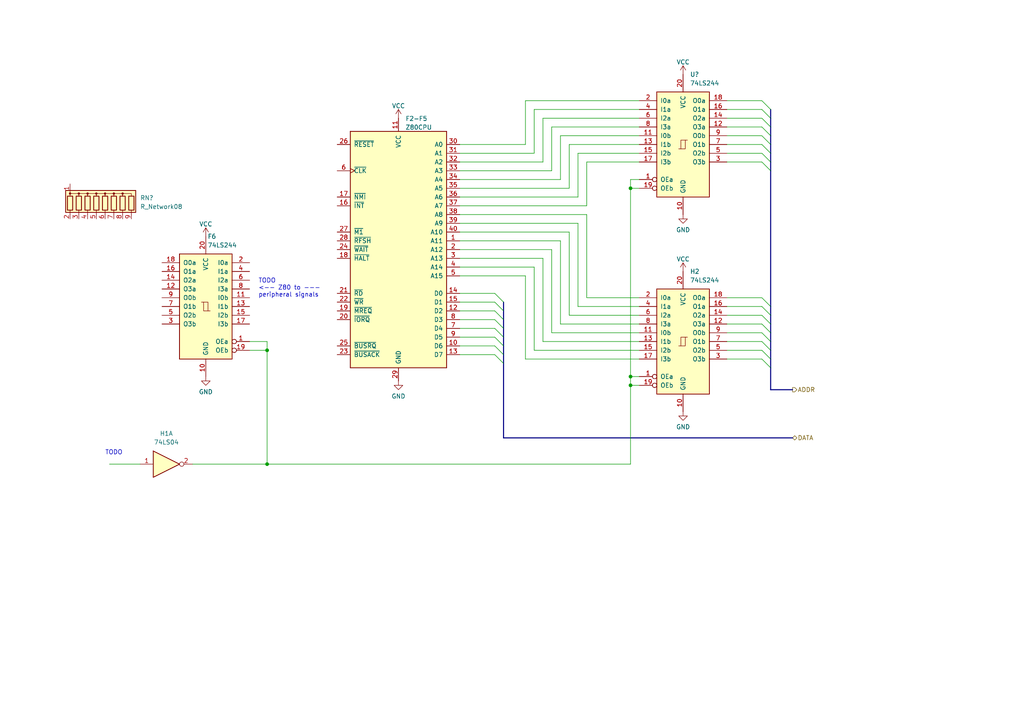
<source format=kicad_sch>
(kicad_sch (version 20230121) (generator eeschema)
  (paper "A4")
  (lib_symbols
    (symbol "74xx:74LS04"
      (property "Reference" "U" (at 0 1.27 0))
      (property "Value" "74LS04" (at 0 -1.27 0))
      (symbol "74LS04_1_0"
        (polyline (pts (xy -3.81 3.81) (xy -3.81 -3.81) (xy 3.81 0) (xy -3.81 3.81)) (stroke (width 0.254)) (fill (type background)))
        (pin input line (at -7.62 0 0) (length 3.81) (name "~") (number "1"))
        (pin output inverted (at 7.62 0 180) (length 3.81) (name "~") (number "2"))
      )
      (symbol "74LS04_2_0"
        (polyline (pts (xy -3.81 3.81) (xy -3.81 -3.81) (xy 3.81 0) (xy -3.81 3.81)) (stroke (width 0.254)) (fill (type background)))
        (pin input line (at -7.62 0 0) (length 3.81) (name "~") (number "3"))
        (pin output inverted (at 7.62 0 180) (length 3.81) (name "~") (number "4"))
      )
      (symbol "74LS04_3_0"
        (polyline (pts (xy -3.81 3.81) (xy -3.81 -3.81) (xy 3.81 0) (xy -3.81 3.81)) (stroke (width 0.254)) (fill (type background)))
        (pin input line (at -7.62 0 0) (length 3.81) (name "~") (number "5"))
        (pin output inverted (at 7.62 0 180) (length 3.81) (name "~") (number "6"))
      )
      (symbol "74LS04_4_0"
        (polyline (pts (xy -3.81 3.81) (xy -3.81 -3.81) (xy 3.81 0) (xy -3.81 3.81)) (stroke (width 0.254)) (fill (type background)))
        (pin output inverted (at 7.62 0 180) (length 3.81) (name "~") (number "8"))
        (pin input line (at -7.62 0 0) (length 3.81) (name "~") (number "9"))
      )
      (symbol "74LS04_5_0"
        (polyline (pts (xy -3.81 3.81) (xy -3.81 -3.81) (xy 3.81 0) (xy -3.81 3.81)) (stroke (width 0.254)) (fill (type background)))
        (pin output inverted (at 7.62 0 180) (length 3.81) (name "~") (number "10"))
        (pin input line (at -7.62 0 0) (length 3.81) (name "~") (number "11"))
      )
      (symbol "74LS04_6_0"
        (polyline (pts (xy -3.81 3.81) (xy -3.81 -3.81) (xy 3.81 0) (xy -3.81 3.81)) (stroke (width 0.254)) (fill (type background)))
        (pin output inverted (at 7.62 0 180) (length 3.81) (name "~") (number "12"))
        (pin input line (at -7.62 0 0) (length 3.81) (name "~") (number "13"))
      )
      (symbol "74LS04_7_0"
        (pin power_in line (at 0 12.7 270) (length 5.08) (name "VCC") (number "14"))
        (pin power_in line (at 0 -12.7 90) (length 5.08) (name "GND") (number "7"))
      )
      (symbol "74LS04_7_1"
        (rectangle (start -5.08 7.62) (end 5.08 -7.62) (stroke (width 0.254)) (fill (type background)))
      )
    )
    (symbol "74xx:74LS244" (pin_names (offset 1.016))
      (property "Reference" "U" (at -7.62 16.51 0))
      (property "Value" "74LS244" (at -7.62 -16.51 0))
      (symbol "74LS244_1_0"
        (polyline (pts (xy -0.635 -1.27) (xy -0.635 1.27) (xy 0.635 1.27)))
        (polyline (pts (xy -1.27 -1.27) (xy 0.635 -1.27) (xy 0.635 1.27) (xy 1.27 1.27)))
        (pin input inverted (at -12.7 -10.16 0) (length 5.08) (name "OEa") (number "1"))
        (pin power_in line (at 0 -20.32 90) (length 5.08) (name "GND") (number "10"))
        (pin input line (at -12.7 2.54 0) (length 5.08) (name "I0b") (number "11"))
        (pin tri_state line (at 12.7 5.08 180) (length 5.08) (name "O3a") (number "12"))
        (pin input line (at -12.7 0 0) (length 5.08) (name "I1b") (number "13"))
        (pin tri_state line (at 12.7 7.62 180) (length 5.08) (name "O2a") (number "14"))
        (pin input line (at -12.7 -2.54 0) (length 5.08) (name "I2b") (number "15"))
        (pin tri_state line (at 12.7 10.16 180) (length 5.08) (name "O1a") (number "16"))
        (pin input line (at -12.7 -5.08 0) (length 5.08) (name "I3b") (number "17"))
        (pin tri_state line (at 12.7 12.7 180) (length 5.08) (name "O0a") (number "18"))
        (pin input inverted (at -12.7 -12.7 0) (length 5.08) (name "OEb") (number "19"))
        (pin input line (at -12.7 12.7 0) (length 5.08) (name "I0a") (number "2"))
        (pin power_in line (at 0 20.32 270) (length 5.08) (name "VCC") (number "20"))
        (pin tri_state line (at 12.7 -5.08 180) (length 5.08) (name "O3b") (number "3"))
        (pin input line (at -12.7 10.16 0) (length 5.08) (name "I1a") (number "4"))
        (pin tri_state line (at 12.7 -2.54 180) (length 5.08) (name "O2b") (number "5"))
        (pin input line (at -12.7 7.62 0) (length 5.08) (name "I2a") (number "6"))
        (pin tri_state line (at 12.7 0 180) (length 5.08) (name "O1b") (number "7"))
        (pin input line (at -12.7 5.08 0) (length 5.08) (name "I3a") (number "8"))
        (pin tri_state line (at 12.7 2.54 180) (length 5.08) (name "O0b") (number "9"))
      )
      (symbol "74LS244_1_1"
        (rectangle (start -7.62 15.24) (end 7.62 -15.24) (stroke (width 0.254)) (fill (type background)))
      )
    )
    (symbol "CPU:Z80CPU" (pin_names (offset 1.016))
      (property "Reference" "U" (at -13.97 35.56 0))
      (property "Value" "Z80CPU" (at 6.35 35.56 0))
      (symbol "Z80CPU_0_1"
        (rectangle (start -13.97 34.29) (end 13.97 -34.29) (stroke (width 0.254)) (fill (type background)))
      )
      (symbol "Z80CPU_1_1"
        (pin output line (at 17.78 2.54 180) (length 3.81) (name "A11") (number "1"))
        (pin bidirectional line (at 17.78 -27.94 180) (length 3.81) (name "D6") (number "10"))
        (pin power_in line (at 0 38.1 270) (length 3.81) (name "VCC") (number "11"))
        (pin bidirectional line (at 17.78 -17.78 180) (length 3.81) (name "D2") (number "12"))
        (pin bidirectional line (at 17.78 -30.48 180) (length 3.81) (name "D7") (number "13"))
        (pin bidirectional line (at 17.78 -12.7 180) (length 3.81) (name "D0") (number "14"))
        (pin bidirectional line (at 17.78 -15.24 180) (length 3.81) (name "D1") (number "15"))
        (pin input line (at -17.78 12.7 0) (length 3.81) (name "~{INT}") (number "16"))
        (pin input line (at -17.78 15.24 0) (length 3.81) (name "~{NMI}") (number "17"))
        (pin output line (at -17.78 -2.54 0) (length 3.81) (name "~{HALT}") (number "18"))
        (pin output line (at -17.78 -17.78 0) (length 3.81) (name "~{MREQ}") (number "19"))
        (pin output line (at 17.78 0 180) (length 3.81) (name "A12") (number "2"))
        (pin output line (at -17.78 -20.32 0) (length 3.81) (name "~{IORQ}") (number "20"))
        (pin output line (at -17.78 -12.7 0) (length 3.81) (name "~{RD}") (number "21"))
        (pin output line (at -17.78 -15.24 0) (length 3.81) (name "~{WR}") (number "22"))
        (pin output line (at -17.78 -30.48 0) (length 3.81) (name "~{BUSACK}") (number "23"))
        (pin input line (at -17.78 0 0) (length 3.81) (name "~{WAIT}") (number "24"))
        (pin input line (at -17.78 -27.94 0) (length 3.81) (name "~{BUSRQ}") (number "25"))
        (pin input line (at -17.78 30.48 0) (length 3.81) (name "~{RESET}") (number "26"))
        (pin output line (at -17.78 5.08 0) (length 3.81) (name "~{M1}") (number "27"))
        (pin output line (at -17.78 2.54 0) (length 3.81) (name "~{RFSH}") (number "28"))
        (pin power_in line (at 0 -38.1 90) (length 3.81) (name "GND") (number "29"))
        (pin output line (at 17.78 -2.54 180) (length 3.81) (name "A13") (number "3"))
        (pin output line (at 17.78 30.48 180) (length 3.81) (name "A0") (number "30"))
        (pin output line (at 17.78 27.94 180) (length 3.81) (name "A1") (number "31"))
        (pin output line (at 17.78 25.4 180) (length 3.81) (name "A2") (number "32"))
        (pin output line (at 17.78 22.86 180) (length 3.81) (name "A3") (number "33"))
        (pin output line (at 17.78 20.32 180) (length 3.81) (name "A4") (number "34"))
        (pin output line (at 17.78 17.78 180) (length 3.81) (name "A5") (number "35"))
        (pin output line (at 17.78 15.24 180) (length 3.81) (name "A6") (number "36"))
        (pin output line (at 17.78 12.7 180) (length 3.81) (name "A7") (number "37"))
        (pin output line (at 17.78 10.16 180) (length 3.81) (name "A8") (number "38"))
        (pin output line (at 17.78 7.62 180) (length 3.81) (name "A9") (number "39"))
        (pin output line (at 17.78 -5.08 180) (length 3.81) (name "A14") (number "4"))
        (pin output line (at 17.78 5.08 180) (length 3.81) (name "A10") (number "40"))
        (pin output line (at 17.78 -7.62 180) (length 3.81) (name "A15") (number "5"))
        (pin input clock (at -17.78 22.86 0) (length 3.81) (name "~{CLK}") (number "6"))
        (pin bidirectional line (at 17.78 -22.86 180) (length 3.81) (name "D4") (number "7"))
        (pin bidirectional line (at 17.78 -20.32 180) (length 3.81) (name "D3") (number "8"))
        (pin bidirectional line (at 17.78 -25.4 180) (length 3.81) (name "D5") (number "9"))
      )
    )
    (symbol "Device:R_Network08" (pin_names (offset 0) hide)
      (property "Reference" "RN" (at -12.7 0 90))
      (property "Value" "R_Network08" (at 10.16 0 90))
      (symbol "R_Network08_0_1"
        (rectangle (start -11.43 -3.175) (end 8.89 3.175) (stroke (width 0.254)) (fill (type background)))
        (rectangle (start -10.922 1.524) (end -9.398 -2.54) (stroke (width 0.254)))
        (circle (center -10.16 2.286) (radius 0.254) (fill (type outline)))
        (rectangle (start -8.382 1.524) (end -6.858 -2.54) (stroke (width 0.254)))
        (circle (center -7.62 2.286) (radius 0.254) (fill (type outline)))
        (rectangle (start -5.842 1.524) (end -4.318 -2.54) (stroke (width 0.254)))
        (circle (center -5.08 2.286) (radius 0.254) (fill (type outline)))
        (rectangle (start -3.302 1.524) (end -1.778 -2.54) (stroke (width 0.254)))
        (circle (center -2.54 2.286) (radius 0.254) (fill (type outline)))
        (rectangle (start -0.762 1.524) (end 0.762 -2.54) (stroke (width 0.254)))
        (polyline (pts (xy -10.16 -2.54) (xy -10.16 -3.81)))
        (polyline (pts (xy -7.62 -2.54) (xy -7.62 -3.81)))
        (polyline (pts (xy -5.08 -2.54) (xy -5.08 -3.81)))
        (polyline (pts (xy -2.54 -2.54) (xy -2.54 -3.81)))
        (polyline (pts (xy 0 -2.54) (xy 0 -3.81)))
        (polyline (pts (xy 2.54 -2.54) (xy 2.54 -3.81)))
        (polyline (pts (xy 5.08 -2.54) (xy 5.08 -3.81)))
        (polyline (pts (xy 7.62 -2.54) (xy 7.62 -3.81)))
        (polyline (pts (xy -10.16 1.524) (xy -10.16 2.286) (xy -7.62 2.286) (xy -7.62 1.524)))
        (polyline (pts (xy -7.62 1.524) (xy -7.62 2.286) (xy -5.08 2.286) (xy -5.08 1.524)))
        (polyline (pts (xy -5.08 1.524) (xy -5.08 2.286) (xy -2.54 2.286) (xy -2.54 1.524)))
        (polyline (pts (xy -2.54 1.524) (xy -2.54 2.286) (xy 0 2.286) (xy 0 1.524)))
        (polyline (pts (xy 0 1.524) (xy 0 2.286) (xy 2.54 2.286) (xy 2.54 1.524)))
        (polyline (pts (xy 2.54 1.524) (xy 2.54 2.286) (xy 5.08 2.286) (xy 5.08 1.524)))
        (polyline (pts (xy 5.08 1.524) (xy 5.08 2.286) (xy 7.62 2.286) (xy 7.62 1.524)))
        (circle (center 0 2.286) (radius 0.254) (fill (type outline)))
        (rectangle (start 1.778 1.524) (end 3.302 -2.54) (stroke (width 0.254)))
        (circle (center 2.54 2.286) (radius 0.254) (fill (type outline)))
        (rectangle (start 4.318 1.524) (end 5.842 -2.54) (stroke (width 0.254)))
        (circle (center 5.08 2.286) (radius 0.254) (fill (type outline)))
        (rectangle (start 6.858 1.524) (end 8.382 -2.54) (stroke (width 0.254)))
      )
      (symbol "R_Network08_1_1"
        (pin passive line (at -10.16 5.08 270) (length 2.54) (name "common") (number "1"))
        (pin passive line (at -10.16 -5.08 90) (length 1.27) (name "R1") (number "2"))
        (pin passive line (at -7.62 -5.08 90) (length 1.27) (name "R2") (number "3"))
        (pin passive line (at -5.08 -5.08 90) (length 1.27) (name "R3") (number "4"))
        (pin passive line (at -2.54 -5.08 90) (length 1.27) (name "R4") (number "5"))
        (pin passive line (at 0 -5.08 90) (length 1.27) (name "R5") (number "6"))
        (pin passive line (at 2.54 -5.08 90) (length 1.27) (name "R6") (number "7"))
        (pin passive line (at 5.08 -5.08 90) (length 1.27) (name "R7") (number "8"))
        (pin passive line (at 7.62 -5.08 90) (length 1.27) (name "R8") (number "9"))
      )
    )
    (symbol "power:GND" (power) (pin_names (offset 0))
      (property "Value" "GND" (at 0 -3.81 0))
      (symbol "GND_0_1"
        (polyline (pts (xy 0 0) (xy 0 -1.27) (xy 1.27 -1.27) (xy 0 -2.54) (xy -1.27 -1.27) (xy 0 -1.27)))
      )
      (symbol "GND_1_1"
        (pin power_in line (at 0 0 270) (length 0) hide (name "GND") (number "1"))
      )
    )
    (symbol "power:VCC" (power) (pin_names (offset 0))
      (property "Value" "VCC" (at 0 3.81 0))
      (symbol "VCC_0_1"
        (polyline (pts (xy -0.762 1.27) (xy 0 2.54)))
        (polyline (pts (xy 0 0) (xy 0 2.54)))
        (polyline (pts (xy 0 2.54) (xy 0.762 1.27)))
      )
      (symbol "VCC_1_1"
        (pin power_in line (at 0 0 90) (length 0) hide (name "VCC") (number "1"))
      )
    )
  )
  (junction (at 182.88 54.61))
  (junction (at 182.88 111.76))
  (junction (at 77.47 101.6))
  (junction (at 77.47 134.62))
  (junction (at 182.88 109.22))
  (bus_entry (at 220.98 44.45) (size 2.54 2.54))
  (bus_entry (at 143.51 95.25) (size 2.54 2.54))
  (bus_entry (at 220.98 36.83) (size 2.54 2.54))
  (bus_entry (at 220.98 39.37) (size 2.54 2.54))
  (bus_entry (at 220.98 88.9) (size 2.54 2.54))
  (bus_entry (at 143.51 90.17) (size 2.54 2.54))
  (bus_entry (at 143.51 87.63) (size 2.54 2.54))
  (bus_entry (at 220.98 91.44) (size 2.54 2.54))
  (bus_entry (at 143.51 92.71) (size 2.54 2.54))
  (bus_entry (at 220.98 93.98) (size 2.54 2.54))
  (bus_entry (at 143.51 97.79) (size 2.54 2.54))
  (bus_entry (at 220.98 86.36) (size 2.54 2.54))
  (bus_entry (at 143.51 85.09) (size 2.54 2.54))
  (bus_entry (at 220.98 104.14) (size 2.54 2.54))
  (bus_entry (at 220.98 31.75) (size 2.54 2.54))
  (bus_entry (at 220.98 99.06) (size 2.54 2.54))
  (bus_entry (at 220.98 46.99) (size 2.54 2.54))
  (bus_entry (at 143.51 100.33) (size 2.54 2.54))
  (bus_entry (at 220.98 41.91) (size 2.54 2.54))
  (bus_entry (at 220.98 34.29) (size 2.54 2.54))
  (bus_entry (at 220.98 101.6) (size 2.54 2.54))
  (bus_entry (at 220.98 96.52) (size 2.54 2.54))
  (bus_entry (at 143.51 102.87) (size 2.54 2.54))
  (bus_entry (at 220.98 29.21) (size 2.54 2.54))
  (wire (pts (xy 185.42 99.06) (xy 157.48 99.06)))
  (bus (pts (xy 223.52 34.29) (xy 223.52 36.83)))
  (bus (pts (xy 223.52 106.68) (xy 223.52 113.03)))
  (bus (pts (xy 146.05 90.17) (xy 146.05 92.71)))
  (wire (pts (xy 154.94 101.6) (xy 185.42 101.6)))
  (wire (pts (xy 31.75 134.62) (xy 40.64 134.62)))
  (wire (pts (xy 170.18 46.99) (xy 170.18 59.69)))
  (wire (pts (xy 133.35 100.33) (xy 143.51 100.33)))
  (bus (pts (xy 146.05 105.41) (xy 146.05 127)))
  (wire (pts (xy 167.64 64.77) (xy 133.35 64.77)))
  (wire (pts (xy 210.82 36.83) (xy 220.98 36.83)))
  (wire (pts (xy 133.35 49.53) (xy 160.02 49.53)))
  (wire (pts (xy 152.4 29.21) (xy 185.42 29.21)))
  (wire (pts (xy 210.82 34.29) (xy 220.98 34.29)))
  (bus (pts (xy 146.05 87.63) (xy 146.05 90.17)))
  (bus (pts (xy 223.52 104.14) (xy 223.52 106.68)))
  (wire (pts (xy 167.64 88.9) (xy 167.64 64.77)))
  (wire (pts (xy 185.42 52.07) (xy 182.88 52.07)))
  (wire (pts (xy 160.02 72.39) (xy 160.02 96.52)))
  (wire (pts (xy 182.88 109.22) (xy 182.88 111.76)))
  (wire (pts (xy 162.56 93.98) (xy 162.56 69.85)))
  (wire (pts (xy 170.18 59.69) (xy 133.35 59.69)))
  (bus (pts (xy 223.52 39.37) (xy 223.52 41.91)))
  (wire (pts (xy 133.35 102.87) (xy 143.51 102.87)))
  (wire (pts (xy 210.82 101.6) (xy 220.98 101.6)))
  (wire (pts (xy 185.42 104.14) (xy 152.4 104.14)))
  (wire (pts (xy 133.35 62.23) (xy 170.18 62.23)))
  (wire (pts (xy 210.82 104.14) (xy 220.98 104.14)))
  (wire (pts (xy 185.42 46.99) (xy 170.18 46.99)))
  (wire (pts (xy 152.4 41.91) (xy 152.4 29.21)))
  (wire (pts (xy 77.47 99.06) (xy 77.47 101.6)))
  (wire (pts (xy 154.94 44.45) (xy 154.94 31.75)))
  (wire (pts (xy 182.88 52.07) (xy 182.88 54.61)))
  (wire (pts (xy 185.42 41.91) (xy 165.1 41.91)))
  (bus (pts (xy 223.52 96.52) (xy 223.52 99.06)))
  (wire (pts (xy 185.42 93.98) (xy 162.56 93.98)))
  (wire (pts (xy 157.48 46.99) (xy 133.35 46.99)))
  (bus (pts (xy 223.52 44.45) (xy 223.52 46.99)))
  (bus (pts (xy 146.05 102.87) (xy 146.05 105.41)))
  (wire (pts (xy 210.82 29.21) (xy 220.98 29.21)))
  (bus (pts (xy 223.52 93.98) (xy 223.52 96.52)))
  (bus (pts (xy 223.52 31.75) (xy 223.52 34.29)))
  (bus (pts (xy 223.52 46.99) (xy 223.52 49.53)))
  (wire (pts (xy 160.02 36.83) (xy 185.42 36.83)))
  (bus (pts (xy 146.05 100.33) (xy 146.05 102.87)))
  (wire (pts (xy 162.56 69.85) (xy 133.35 69.85)))
  (wire (pts (xy 72.39 99.06) (xy 77.47 99.06)))
  (wire (pts (xy 133.35 97.79) (xy 143.51 97.79)))
  (wire (pts (xy 133.35 85.09) (xy 143.51 85.09)))
  (wire (pts (xy 133.35 87.63) (xy 143.51 87.63)))
  (wire (pts (xy 160.02 96.52) (xy 185.42 96.52)))
  (wire (pts (xy 165.1 54.61) (xy 133.35 54.61)))
  (wire (pts (xy 210.82 99.06) (xy 220.98 99.06)))
  (wire (pts (xy 165.1 41.91) (xy 165.1 54.61)))
  (bus (pts (xy 223.52 41.91) (xy 223.52 44.45)))
  (wire (pts (xy 157.48 99.06) (xy 157.48 74.93)))
  (wire (pts (xy 210.82 31.75) (xy 220.98 31.75)))
  (wire (pts (xy 133.35 67.31) (xy 165.1 67.31)))
  (wire (pts (xy 182.88 54.61) (xy 182.88 109.22)))
  (wire (pts (xy 170.18 62.23) (xy 170.18 86.36)))
  (wire (pts (xy 133.35 90.17) (xy 143.51 90.17)))
  (wire (pts (xy 210.82 91.44) (xy 220.98 91.44)))
  (bus (pts (xy 223.52 91.44) (xy 223.52 93.98)))
  (wire (pts (xy 210.82 96.52) (xy 220.98 96.52)))
  (wire (pts (xy 210.82 46.99) (xy 220.98 46.99)))
  (wire (pts (xy 133.35 57.15) (xy 167.64 57.15)))
  (wire (pts (xy 160.02 49.53) (xy 160.02 36.83)))
  (wire (pts (xy 182.88 111.76) (xy 182.88 134.62)))
  (wire (pts (xy 77.47 101.6) (xy 77.47 134.62)))
  (wire (pts (xy 165.1 67.31) (xy 165.1 91.44)))
  (wire (pts (xy 167.64 57.15) (xy 167.64 44.45)))
  (wire (pts (xy 182.88 111.76) (xy 185.42 111.76)))
  (wire (pts (xy 210.82 44.45) (xy 220.98 44.45)))
  (wire (pts (xy 152.4 104.14) (xy 152.4 80.01)))
  (bus (pts (xy 223.52 88.9) (xy 223.52 91.44)))
  (wire (pts (xy 154.94 31.75) (xy 185.42 31.75)))
  (wire (pts (xy 210.82 93.98) (xy 220.98 93.98)))
  (wire (pts (xy 133.35 92.71) (xy 143.51 92.71)))
  (wire (pts (xy 162.56 39.37) (xy 185.42 39.37)))
  (wire (pts (xy 133.35 41.91) (xy 152.4 41.91)))
  (wire (pts (xy 152.4 80.01) (xy 133.35 80.01)))
  (wire (pts (xy 210.82 39.37) (xy 220.98 39.37)))
  (wire (pts (xy 210.82 88.9) (xy 220.98 88.9)))
  (wire (pts (xy 170.18 86.36) (xy 185.42 86.36)))
  (bus (pts (xy 223.52 113.03) (xy 229.87 113.03)))
  (wire (pts (xy 154.94 77.47) (xy 154.94 101.6)))
  (wire (pts (xy 133.35 52.07) (xy 162.56 52.07)))
  (wire (pts (xy 133.35 72.39) (xy 160.02 72.39)))
  (bus (pts (xy 223.52 36.83) (xy 223.52 39.37)))
  (wire (pts (xy 77.47 134.62) (xy 182.88 134.62)))
  (wire (pts (xy 185.42 88.9) (xy 167.64 88.9)))
  (wire (pts (xy 185.42 34.29) (xy 157.48 34.29)))
  (wire (pts (xy 185.42 54.61) (xy 182.88 54.61)))
  (wire (pts (xy 133.35 77.47) (xy 154.94 77.47)))
  (wire (pts (xy 133.35 44.45) (xy 154.94 44.45)))
  (wire (pts (xy 133.35 95.25) (xy 143.51 95.25)))
  (bus (pts (xy 223.52 49.53) (xy 223.52 88.9)))
  (wire (pts (xy 210.82 86.36) (xy 220.98 86.36)))
  (wire (pts (xy 77.47 101.6) (xy 72.39 101.6)))
  (wire (pts (xy 157.48 34.29) (xy 157.48 46.99)))
  (wire (pts (xy 157.48 74.93) (xy 133.35 74.93)))
  (wire (pts (xy 55.88 134.62) (xy 77.47 134.62)))
  (wire (pts (xy 165.1 91.44) (xy 185.42 91.44)))
  (wire (pts (xy 162.56 52.07) (xy 162.56 39.37)))
  (bus (pts (xy 146.05 127) (xy 229.87 127)))
  (bus (pts (xy 146.05 97.79) (xy 146.05 100.33)))
  (wire (pts (xy 167.64 44.45) (xy 185.42 44.45)))
  (wire (pts (xy 182.88 109.22) (xy 185.42 109.22)))
  (bus (pts (xy 146.05 95.25) (xy 146.05 97.79)))
  (bus (pts (xy 146.05 92.71) (xy 146.05 95.25)))
  (bus (pts (xy 223.52 99.06) (xy 223.52 101.6)))
  (wire (pts (xy 210.82 41.91) (xy 220.98 41.91)))
  (bus (pts (xy 223.52 101.6) (xy 223.52 104.14)))
  (text "TODO" (at 30.48 132.08 0) (effects (font (size 1.27 1.27)) (justify left bottom)))
  (text "TODO\n<-- Z80 to ---\nperipheral signals" (at 74.93 86.36 0) (effects (font (size 1.27 1.27)) (justify left bottom)))
  (hierarchical_label "ADDR" (shape output) (at 229.87 113.03 0))
  (hierarchical_label "DATA" (shape bidirectional) (at 229.87 127 0))
  (symbol (lib_id "power:GND") (at 59.69 109.22 0) (unit 1)
    (property "Reference" "#PWR?" (effects hide))
    (property "Value" "GND" (at 59.69 113.6634 0))
  )
  (symbol (lib_id "Device:R_Network08") (at 30.48 58.42 0) (unit 1)
    (property "Reference" "RN?" (at 40.64 57.4039 0) (effects (justify left)))
    (property "Value" "R_Network08" (at 40.64 59.9439 0) (effects (justify left)))
    (property "Footprint" "Resistor_THT:R_Array_SIP9" (effects hide))
    (property "Datasheet" "http://www.vishay.com/docs/31509/csc.pdf" (effects hide))
  )
  (symbol (lib_id "power:GND") (at 198.12 62.23 0) (unit 1)
    (property "Reference" "#PWR?" (effects hide))
    (property "Value" "GND" (at 198.12 66.6734 0))
  )
  (symbol (lib_id "74xx:74LS244") (at 198.12 41.91 0) (unit 1)
    (property "Reference" "U?" (at 200.1394 21.59 0) (effects (justify left)))
    (property "Value" "74LS244" (at 200.1394 24.13 0) (effects (justify left)))
    (property "Datasheet" "http://www.ti.com/lit/ds/symlink/sn74ls244.pdf" (effects hide))
  )
  (symbol (lib_id "74xx:74LS04") (at 48.26 134.62 0) (unit 1)
    (property "Reference" "H1" (at 48.26 125.73 0))
    (property "Value" "74LS04" (at 48.26 128.27 0))
    (property "Datasheet" "http://www.ti.com/lit/gpn/sn74LS04" (effects hide))
  )
  (symbol (lib_id "power:GND") (at 198.12 119.38 0) (unit 1)
    (property "Reference" "#PWR?" (effects hide))
    (property "Value" "GND" (at 198.12 123.8234 0))
  )
  (symbol (lib_id "CPU:Z80CPU") (at 115.57 72.39 0) (unit 1)
    (property "Reference" "F2-F5" (at 117.5894 34.4002 0) (effects (justify left)))
    (property "Value" "Z80CPU" (at 117.5894 36.9371 0) (effects (justify left)))
    (property "Datasheet" "www.zilog.com/manage_directlink.php?filepath=docs/z80/um0080" (effects hide))
  )
  (symbol (lib_id "power:VCC") (at 59.69 68.58 0) (unit 1)
    (property "Reference" "#PWR?" (effects hide))
    (property "Value" "VCC" (at 59.69 65.0042 0))
  )
  (symbol (lib_id "power:VCC") (at 115.57 34.29 0) (unit 1)
    (property "Reference" "#PWR?" (effects hide))
    (property "Value" "VCC" (at 115.57 30.7142 0))
  )
  (symbol (lib_id "74xx:74LS244") (at 198.12 99.06 0) (unit 1)
    (property "Reference" "H2" (at 200.1394 78.74 0) (effects (justify left)))
    (property "Value" "74LS244" (at 200.1394 81.28 0) (effects (justify left)))
    (property "Datasheet" "http://www.ti.com/lit/ds/symlink/sn74ls244.pdf" (effects hide))
  )
  (symbol (lib_id "power:GND") (at 115.57 110.49 0) (unit 1)
    (property "Reference" "#PWR?" (effects hide))
    (property "Value" "GND" (at 115.57 114.9334 0))
  )
  (symbol (lib_id "74xx:74LS244") (at 59.69 88.9 0) (mirror y) (unit 1)
    (property "Reference" "F6" (at 60.2106 68.58 0) (effects (justify right)))
    (property "Value" "74LS244" (at 60.2106 71.12 0) (effects (justify right)))
    (property "Datasheet" "http://www.ti.com/lit/ds/symlink/sn74ls244.pdf" (effects hide))
  )
  (symbol (lib_id "power:VCC") (at 198.12 78.74 0) (unit 1)
    (property "Reference" "#PWR?" (effects hide))
    (property "Value" "VCC" (at 198.12 75.1642 0))
  )
  (symbol (lib_id "power:VCC") (at 198.12 21.59 0) (unit 1)
    (property "Reference" "#PWR?" (effects hide))
    (property "Value" "VCC" (at 198.12 18.0142 0))
  )
)
</source>
